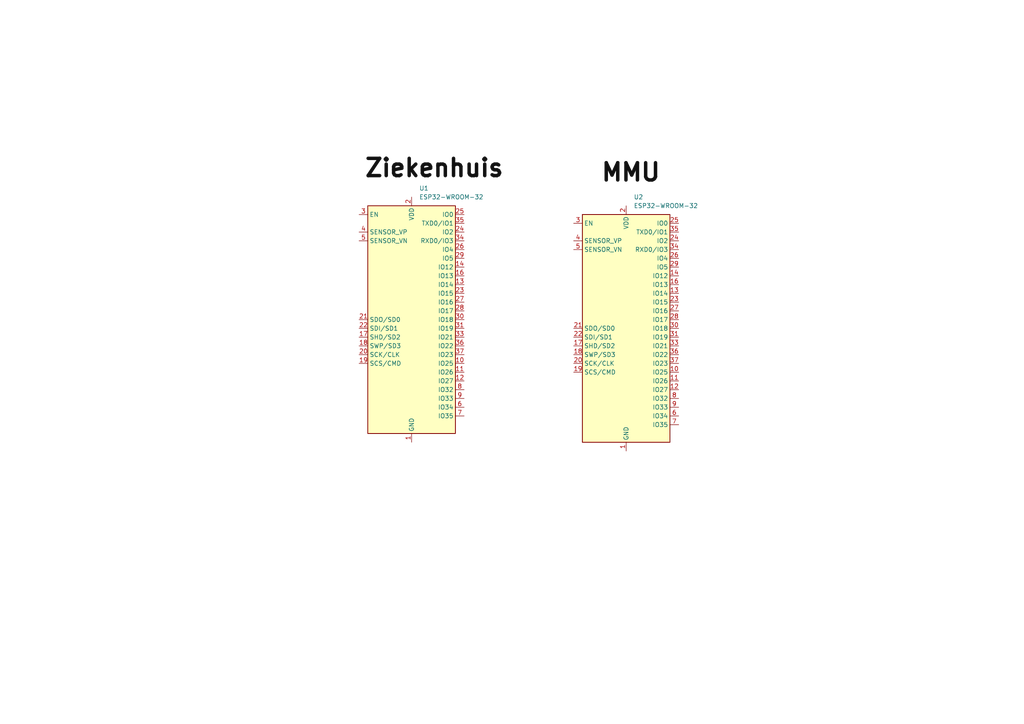
<source format=kicad_sch>
(kicad_sch (version 20230121) (generator eeschema)
  (paper "A4")
  (lib_symbols
    (symbol "RF_Module:ESP32-WROOM-32"
      (property "Reference" "U" (at -12.7 34.29 0))
      (property "Value" "ESP32-WROOM-32" (at 1.27 34.29 0))
      (symbol "ESP32-WROOM-32_0_1"
        (rectangle (start -12.7 33.02) (end 12.7 -33.02) (stroke (width 0.254)) (fill (type background)))
      )
      (symbol "ESP32-WROOM-32_1_1"
        (pin power_in line (at 0 -35.56 90) (length 2.54) (name "GND") (number "1"))
        (pin bidirectional line (at 15.24 -12.7 180) (length 2.54) (name "IO25") (number "10"))
        (pin bidirectional line (at 15.24 -15.24 180) (length 2.54) (name "IO26") (number "11"))
        (pin bidirectional line (at 15.24 -17.78 180) (length 2.54) (name "IO27") (number "12"))
        (pin bidirectional line (at 15.24 10.16 180) (length 2.54) (name "IO14") (number "13"))
        (pin bidirectional line (at 15.24 15.24 180) (length 2.54) (name "IO12") (number "14"))
        (pin passive line (at 0 -35.56 90) (length 2.54) hide (name "GND") (number "15"))
        (pin bidirectional line (at 15.24 12.7 180) (length 2.54) (name "IO13") (number "16"))
        (pin bidirectional line (at -15.24 -5.08 0) (length 2.54) (name "SHD/SD2") (number "17"))
        (pin bidirectional line (at -15.24 -7.62 0) (length 2.54) (name "SWP/SD3") (number "18"))
        (pin bidirectional line (at -15.24 -12.7 0) (length 2.54) (name "SCS/CMD") (number "19"))
        (pin power_in line (at 0 35.56 270) (length 2.54) (name "VDD") (number "2"))
        (pin bidirectional line (at -15.24 -10.16 0) (length 2.54) (name "SCK/CLK") (number "20"))
        (pin bidirectional line (at -15.24 0 0) (length 2.54) (name "SDO/SD0") (number "21"))
        (pin bidirectional line (at -15.24 -2.54 0) (length 2.54) (name "SDI/SD1") (number "22"))
        (pin bidirectional line (at 15.24 7.62 180) (length 2.54) (name "IO15") (number "23"))
        (pin bidirectional line (at 15.24 25.4 180) (length 2.54) (name "IO2") (number "24"))
        (pin bidirectional line (at 15.24 30.48 180) (length 2.54) (name "IO0") (number "25"))
        (pin bidirectional line (at 15.24 20.32 180) (length 2.54) (name "IO4") (number "26"))
        (pin bidirectional line (at 15.24 5.08 180) (length 2.54) (name "IO16") (number "27"))
        (pin bidirectional line (at 15.24 2.54 180) (length 2.54) (name "IO17") (number "28"))
        (pin bidirectional line (at 15.24 17.78 180) (length 2.54) (name "IO5") (number "29"))
        (pin input line (at -15.24 30.48 0) (length 2.54) (name "EN") (number "3"))
        (pin bidirectional line (at 15.24 0 180) (length 2.54) (name "IO18") (number "30"))
        (pin bidirectional line (at 15.24 -2.54 180) (length 2.54) (name "IO19") (number "31"))
        (pin no_connect line (at -12.7 -27.94 0) (length 2.54) hide (name "NC") (number "32"))
        (pin bidirectional line (at 15.24 -5.08 180) (length 2.54) (name "IO21") (number "33"))
        (pin bidirectional line (at 15.24 22.86 180) (length 2.54) (name "RXD0/IO3") (number "34"))
        (pin bidirectional line (at 15.24 27.94 180) (length 2.54) (name "TXD0/IO1") (number "35"))
        (pin bidirectional line (at 15.24 -7.62 180) (length 2.54) (name "IO22") (number "36"))
        (pin bidirectional line (at 15.24 -10.16 180) (length 2.54) (name "IO23") (number "37"))
        (pin passive line (at 0 -35.56 90) (length 2.54) hide (name "GND") (number "38"))
        (pin passive line (at 0 -35.56 90) (length 2.54) hide (name "GND") (number "39"))
        (pin input line (at -15.24 25.4 0) (length 2.54) (name "SENSOR_VP") (number "4"))
        (pin input line (at -15.24 22.86 0) (length 2.54) (name "SENSOR_VN") (number "5"))
        (pin input line (at 15.24 -25.4 180) (length 2.54) (name "IO34") (number "6"))
        (pin input line (at 15.24 -27.94 180) (length 2.54) (name "IO35") (number "7"))
        (pin bidirectional line (at 15.24 -20.32 180) (length 2.54) (name "IO32") (number "8"))
        (pin bidirectional line (at 15.24 -22.86 180) (length 2.54) (name "IO33") (number "9"))
      )
    )
  )
  (label "Ziekenhuis" (at 105.41 53.34 0) (effects (font (size 5 5) (thickness 1) bold)))
  (label "MMU" (at 173.99 54.61 0) (effects (font (size 5 5) (thickness 1) bold)))
  (symbol (lib_id "RF_Module:ESP32-WROOM-32") (at 119.38 92.71 0) (unit 1)
    (property "Reference" "U1" (at 121.5741 54.61 0) (effects (justify left)))
    (property "Value" "ESP32-WROOM-32" (at 121.5741 57.15 0) (effects (justify left)))
    (property "Footprint" "RF_Module:ESP32-WROOM-32" (effects hide))
    (property "Datasheet" "https://www.espressif.com/sites/default/files/documentation/esp32-wroom-32_datasheet_en.pdf" (effects hide))
  )
  (symbol (lib_id "RF_Module:ESP32-WROOM-32") (at 181.61 95.25 0) (unit 1)
    (property "Reference" "U2" (at 183.8041 57.15 0) (effects (justify left)))
    (property "Value" "ESP32-WROOM-32" (at 183.8041 59.69 0) (effects (justify left)))
    (property "Footprint" "RF_Module:ESP32-WROOM-32" (effects hide))
    (property "Datasheet" "https://www.espressif.com/sites/default/files/documentation/esp32-wroom-32_datasheet_en.pdf" (effects hide))
  )
)
</source>
